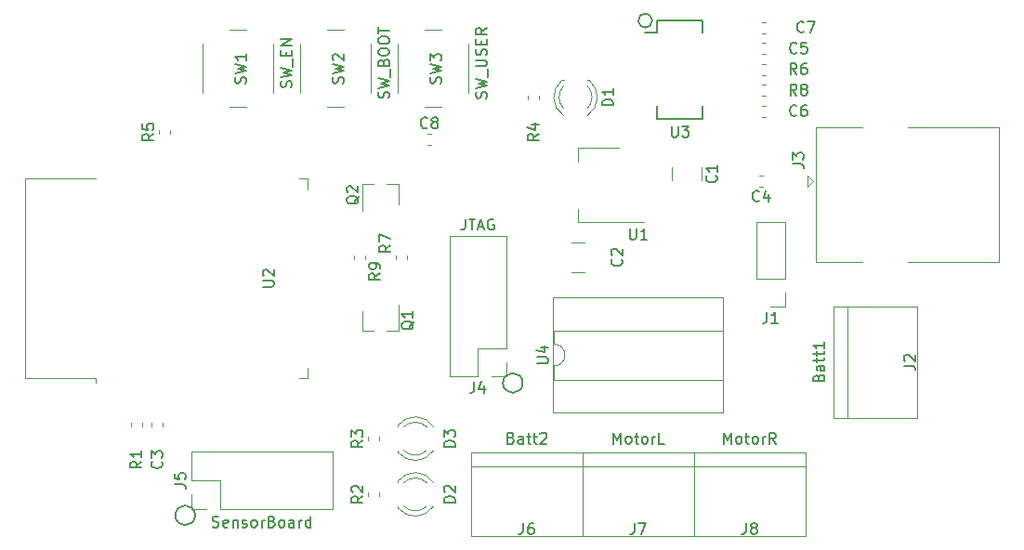
<source format=gbr>
G04 #@! TF.GenerationSoftware,KiCad,Pcbnew,(5.0.2)-1*
G04 #@! TF.CreationDate,2019-08-20T01:28:51+09:00*
G04 #@! TF.ProjectId,robocar-mainboard,726f626f-6361-4722-9d6d-61696e626f61,rev?*
G04 #@! TF.SameCoordinates,Original*
G04 #@! TF.FileFunction,Legend,Top*
G04 #@! TF.FilePolarity,Positive*
%FSLAX46Y46*%
G04 Gerber Fmt 4.6, Leading zero omitted, Abs format (unit mm)*
G04 Created by KiCad (PCBNEW (5.0.2)-1) date 2019/08/20 1:28:51*
%MOMM*%
%LPD*%
G01*
G04 APERTURE LIST*
%ADD10C,0.200000*%
%ADD11C,0.120000*%
%ADD12C,0.150000*%
G04 APERTURE END LIST*
D10*
X127263026Y-128905000D02*
G75*
G03X127263026Y-128905000I-898026J0D01*
G01*
X157108026Y-116840000D02*
G75*
G03X157108026Y-116840000I-898026J0D01*
G01*
X168910000Y-83820000D02*
G75*
G03X168910000Y-83820000I-635000J0D01*
G01*
D11*
G04 #@! TO.C,C1*
X173445000Y-97187936D02*
X173445000Y-98392064D01*
X170725000Y-97187936D02*
X170725000Y-98392064D01*
G04 #@! TO.C,C2*
X161539936Y-106770000D02*
X162744064Y-106770000D01*
X161539936Y-104050000D02*
X162744064Y-104050000D01*
G04 #@! TO.C,C3*
X124335000Y-120821267D02*
X124335000Y-120478733D01*
X123315000Y-120821267D02*
X123315000Y-120478733D01*
G04 #@! TO.C,C4*
X179001267Y-98935000D02*
X178658733Y-98935000D01*
X179001267Y-97915000D02*
X178658733Y-97915000D01*
G04 #@! TO.C,C5*
X179241267Y-85850000D02*
X178898733Y-85850000D01*
X179241267Y-86870000D02*
X178898733Y-86870000D01*
G04 #@! TO.C,C6*
X179241267Y-92585000D02*
X178898733Y-92585000D01*
X179241267Y-91565000D02*
X178898733Y-91565000D01*
G04 #@! TO.C,C7*
X178898733Y-83945000D02*
X179241267Y-83945000D01*
X178898733Y-84965000D02*
X179241267Y-84965000D01*
G04 #@! TO.C,C8*
X148418733Y-95125000D02*
X148761267Y-95125000D01*
X148418733Y-94105000D02*
X148761267Y-94105000D01*
G04 #@! TO.C,D1*
X163003608Y-92477335D02*
G75*
G03X163160516Y-89245000I-1078608J1672335D01*
G01*
X160846392Y-92477335D02*
G75*
G02X160689484Y-89245000I1078608J1672335D01*
G01*
X163004837Y-91846130D02*
G75*
G03X163005000Y-89764039I-1079837J1041130D01*
G01*
X160845163Y-91846130D02*
G75*
G02X160845000Y-89764039I1079837J1041130D01*
G01*
X163161000Y-89245000D02*
X163005000Y-89245000D01*
X160845000Y-89245000D02*
X160689000Y-89245000D01*
G04 #@! TO.C,D2*
X145760000Y-128080000D02*
X145760000Y-128236000D01*
X145760000Y-125764000D02*
X145760000Y-125920000D01*
X148361130Y-128079837D02*
G75*
G02X146279039Y-128080000I-1041130J1079837D01*
G01*
X148361130Y-125920163D02*
G75*
G03X146279039Y-125920000I-1041130J-1079837D01*
G01*
X148992335Y-128078608D02*
G75*
G02X145760000Y-128235516I-1672335J1078608D01*
G01*
X148992335Y-125921392D02*
G75*
G03X145760000Y-125764484I-1672335J-1078608D01*
G01*
G04 #@! TO.C,D3*
X148992335Y-120841392D02*
G75*
G03X145760000Y-120684484I-1672335J-1078608D01*
G01*
X148992335Y-122998608D02*
G75*
G02X145760000Y-123155516I-1672335J1078608D01*
G01*
X148361130Y-120840163D02*
G75*
G03X146279039Y-120840000I-1041130J-1079837D01*
G01*
X148361130Y-122999837D02*
G75*
G02X146279039Y-123000000I-1041130J1079837D01*
G01*
X145760000Y-120684000D02*
X145760000Y-120840000D01*
X145760000Y-123000000D02*
X145760000Y-123156000D01*
G04 #@! TO.C,J1*
X181035000Y-102175000D02*
X178375000Y-102175000D01*
X181035000Y-107315000D02*
X181035000Y-102175000D01*
X178375000Y-107315000D02*
X178375000Y-102175000D01*
X181035000Y-107315000D02*
X178375000Y-107315000D01*
X181035000Y-108585000D02*
X181035000Y-109915000D01*
X181035000Y-109915000D02*
X179705000Y-109915000D01*
G04 #@! TO.C,J2*
X185420000Y-109855000D02*
X185420000Y-120015000D01*
X193040000Y-109855000D02*
X185420000Y-109855000D01*
X193040000Y-120015000D02*
X193040000Y-109855000D01*
X185420000Y-120015000D02*
X193040000Y-120015000D01*
X186690000Y-120015000D02*
X186690000Y-109855000D01*
G04 #@! TO.C,J3*
X188080000Y-93515000D02*
X183820000Y-93515000D01*
X183820000Y-93515000D02*
X183820000Y-105835000D01*
X183820000Y-105835000D02*
X188080000Y-105835000D01*
X192180000Y-93515000D02*
X200540000Y-93515000D01*
X200540000Y-93515000D02*
X200540000Y-105835000D01*
X200540000Y-105835000D02*
X192180000Y-105835000D01*
X183600000Y-98425000D02*
X183100000Y-97925000D01*
X183100000Y-97925000D02*
X183100000Y-98925000D01*
X183100000Y-98925000D02*
X183600000Y-98425000D01*
G04 #@! TO.C,J4*
X155635000Y-116265000D02*
X154305000Y-116265000D01*
X155635000Y-114935000D02*
X155635000Y-116265000D01*
X153035000Y-116265000D02*
X150435000Y-116265000D01*
X153035000Y-113665000D02*
X153035000Y-116265000D01*
X155635000Y-113665000D02*
X153035000Y-113665000D01*
X150435000Y-116265000D02*
X150435000Y-103445000D01*
X155635000Y-113665000D02*
X155635000Y-103445000D01*
X155635000Y-103445000D02*
X150435000Y-103445000D01*
G04 #@! TO.C,J5*
X139760000Y-128330000D02*
X139760000Y-123130000D01*
X129540000Y-128330000D02*
X139760000Y-128330000D01*
X126940000Y-123130000D02*
X139760000Y-123130000D01*
X129540000Y-128330000D02*
X129540000Y-125730000D01*
X129540000Y-125730000D02*
X126940000Y-125730000D01*
X126940000Y-125730000D02*
X126940000Y-123130000D01*
X128270000Y-128330000D02*
X126940000Y-128330000D01*
X126940000Y-128330000D02*
X126940000Y-127000000D01*
G04 #@! TO.C,J6*
X152400000Y-124460000D02*
X162560000Y-124460000D01*
X152400000Y-123190000D02*
X152400000Y-130810000D01*
X152400000Y-130810000D02*
X162560000Y-130810000D01*
X162560000Y-130810000D02*
X162560000Y-123190000D01*
X162560000Y-123190000D02*
X152400000Y-123190000D01*
G04 #@! TO.C,J7*
X172720000Y-123190000D02*
X162560000Y-123190000D01*
X172720000Y-130810000D02*
X172720000Y-123190000D01*
X162560000Y-130810000D02*
X172720000Y-130810000D01*
X162560000Y-123190000D02*
X162560000Y-130810000D01*
X162560000Y-124460000D02*
X172720000Y-124460000D01*
G04 #@! TO.C,J8*
X172720000Y-124460000D02*
X182880000Y-124460000D01*
X172720000Y-123190000D02*
X172720000Y-130810000D01*
X172720000Y-130810000D02*
X182880000Y-130810000D01*
X182880000Y-130810000D02*
X182880000Y-123190000D01*
X182880000Y-123190000D02*
X172720000Y-123190000D01*
G04 #@! TO.C,Q1*
X145795000Y-109675000D02*
X145795000Y-112075000D01*
X145795000Y-112075000D02*
X144745000Y-112075000D01*
X142495000Y-110275000D02*
X142495000Y-112075000D01*
X142495000Y-112075000D02*
X143545000Y-112075000D01*
G04 #@! TO.C,Q2*
X145795000Y-98745000D02*
X144745000Y-98745000D01*
X145795000Y-100545000D02*
X145795000Y-98745000D01*
X142495000Y-98745000D02*
X143545000Y-98745000D01*
X142495000Y-101145000D02*
X142495000Y-98745000D01*
G04 #@! TO.C,R1*
X121410000Y-120821267D02*
X121410000Y-120478733D01*
X122430000Y-120821267D02*
X122430000Y-120478733D01*
G04 #@! TO.C,R2*
X144020000Y-127171267D02*
X144020000Y-126828733D01*
X143000000Y-127171267D02*
X143000000Y-126828733D01*
G04 #@! TO.C,R3*
X143000000Y-122091267D02*
X143000000Y-121748733D01*
X144020000Y-122091267D02*
X144020000Y-121748733D01*
G04 #@! TO.C,R4*
X158625000Y-90633733D02*
X158625000Y-90976267D01*
X157605000Y-90633733D02*
X157605000Y-90976267D01*
G04 #@! TO.C,R5*
X124970000Y-94151267D02*
X124970000Y-93808733D01*
X123950000Y-94151267D02*
X123950000Y-93808733D01*
G04 #@! TO.C,R6*
X178898733Y-87755000D02*
X179241267Y-87755000D01*
X178898733Y-88775000D02*
X179241267Y-88775000D01*
G04 #@! TO.C,R7*
X145540000Y-105581267D02*
X145540000Y-105238733D01*
X146560000Y-105581267D02*
X146560000Y-105238733D01*
G04 #@! TO.C,R8*
X178898733Y-90680000D02*
X179241267Y-90680000D01*
X178898733Y-89660000D02*
X179241267Y-89660000D01*
G04 #@! TO.C,R9*
X141730000Y-105238733D02*
X141730000Y-105581267D01*
X142750000Y-105238733D02*
X142750000Y-105581267D01*
G04 #@! TO.C,SW1*
X134405000Y-90440000D02*
X134405000Y-85940000D01*
X130405000Y-91690000D02*
X131905000Y-91690000D01*
X127905000Y-85940000D02*
X127905000Y-90440000D01*
X131905000Y-84690000D02*
X130405000Y-84690000D01*
G04 #@! TO.C,SW2*
X140795000Y-84690000D02*
X139295000Y-84690000D01*
X136795000Y-85940000D02*
X136795000Y-90440000D01*
X139295000Y-91690000D02*
X140795000Y-91690000D01*
X143295000Y-90440000D02*
X143295000Y-85940000D01*
G04 #@! TO.C,SW3*
X152185000Y-90440000D02*
X152185000Y-85940000D01*
X148185000Y-91690000D02*
X149685000Y-91690000D01*
X145685000Y-85940000D02*
X145685000Y-90440000D01*
X149685000Y-84690000D02*
X148185000Y-84690000D01*
G04 #@! TO.C,U1*
X162110000Y-95396000D02*
X162110000Y-96656000D01*
X162110000Y-102216000D02*
X162110000Y-100956000D01*
X165870000Y-95396000D02*
X162110000Y-95396000D01*
X168120000Y-102216000D02*
X162110000Y-102216000D01*
G04 #@! TO.C,U2*
X136735000Y-116435000D02*
X137515000Y-116435000D01*
X137515000Y-116435000D02*
X137515000Y-115435000D01*
X136735000Y-98195000D02*
X137515000Y-98195000D01*
X137515000Y-98195000D02*
X137515000Y-99195000D01*
X111770000Y-116435000D02*
X111770000Y-98195000D01*
X111770000Y-98195000D02*
X118190000Y-98195000D01*
X111770000Y-116435000D02*
X118190000Y-116435000D01*
X118190000Y-116435000D02*
X118190000Y-116815000D01*
D12*
G04 #@! TO.C,U3*
X169375000Y-84900000D02*
X169375000Y-83790000D01*
X173525000Y-83790000D02*
X173525000Y-84900000D01*
X173525000Y-92740000D02*
X173525000Y-91630000D01*
X169375000Y-92740000D02*
X169375000Y-91630000D01*
X169375000Y-83790000D02*
X173525000Y-83790000D01*
X169375000Y-92740000D02*
X173525000Y-92740000D01*
X169375000Y-84900000D02*
X168250000Y-84900000D01*
D11*
G04 #@! TO.C,U4*
X159960000Y-113300000D02*
G75*
G02X159960000Y-115300000I0J-1000000D01*
G01*
X159960000Y-115300000D02*
X159960000Y-116550000D01*
X159960000Y-116550000D02*
X175320000Y-116550000D01*
X175320000Y-116550000D02*
X175320000Y-112050000D01*
X175320000Y-112050000D02*
X159960000Y-112050000D01*
X159960000Y-112050000D02*
X159960000Y-113300000D01*
X159900000Y-119550000D02*
X175380000Y-119550000D01*
X175380000Y-119550000D02*
X175380000Y-109050000D01*
X175380000Y-109050000D02*
X159900000Y-109050000D01*
X159900000Y-109050000D02*
X159900000Y-119550000D01*
G04 #@! TO.C,C1*
D12*
X174722142Y-97956666D02*
X174769761Y-98004285D01*
X174817380Y-98147142D01*
X174817380Y-98242380D01*
X174769761Y-98385238D01*
X174674523Y-98480476D01*
X174579285Y-98528095D01*
X174388809Y-98575714D01*
X174245952Y-98575714D01*
X174055476Y-98528095D01*
X173960238Y-98480476D01*
X173865000Y-98385238D01*
X173817380Y-98242380D01*
X173817380Y-98147142D01*
X173865000Y-98004285D01*
X173912619Y-97956666D01*
X174817380Y-97004285D02*
X174817380Y-97575714D01*
X174817380Y-97290000D02*
X173817380Y-97290000D01*
X173960238Y-97385238D01*
X174055476Y-97480476D01*
X174103095Y-97575714D01*
G04 #@! TO.C,C2*
X166092142Y-105576666D02*
X166139761Y-105624285D01*
X166187380Y-105767142D01*
X166187380Y-105862380D01*
X166139761Y-106005238D01*
X166044523Y-106100476D01*
X165949285Y-106148095D01*
X165758809Y-106195714D01*
X165615952Y-106195714D01*
X165425476Y-106148095D01*
X165330238Y-106100476D01*
X165235000Y-106005238D01*
X165187380Y-105862380D01*
X165187380Y-105767142D01*
X165235000Y-105624285D01*
X165282619Y-105576666D01*
X165282619Y-105195714D02*
X165235000Y-105148095D01*
X165187380Y-105052857D01*
X165187380Y-104814761D01*
X165235000Y-104719523D01*
X165282619Y-104671904D01*
X165377857Y-104624285D01*
X165473095Y-104624285D01*
X165615952Y-104671904D01*
X166187380Y-105243333D01*
X166187380Y-104624285D01*
G04 #@! TO.C,C3*
X124182142Y-123991666D02*
X124229761Y-124039285D01*
X124277380Y-124182142D01*
X124277380Y-124277380D01*
X124229761Y-124420238D01*
X124134523Y-124515476D01*
X124039285Y-124563095D01*
X123848809Y-124610714D01*
X123705952Y-124610714D01*
X123515476Y-124563095D01*
X123420238Y-124515476D01*
X123325000Y-124420238D01*
X123277380Y-124277380D01*
X123277380Y-124182142D01*
X123325000Y-124039285D01*
X123372619Y-123991666D01*
X123277380Y-123658333D02*
X123277380Y-123039285D01*
X123658333Y-123372619D01*
X123658333Y-123229761D01*
X123705952Y-123134523D01*
X123753571Y-123086904D01*
X123848809Y-123039285D01*
X124086904Y-123039285D01*
X124182142Y-123086904D01*
X124229761Y-123134523D01*
X124277380Y-123229761D01*
X124277380Y-123515476D01*
X124229761Y-123610714D01*
X124182142Y-123658333D01*
G04 #@! TO.C,C4*
X178663333Y-100212142D02*
X178615714Y-100259761D01*
X178472857Y-100307380D01*
X178377619Y-100307380D01*
X178234761Y-100259761D01*
X178139523Y-100164523D01*
X178091904Y-100069285D01*
X178044285Y-99878809D01*
X178044285Y-99735952D01*
X178091904Y-99545476D01*
X178139523Y-99450238D01*
X178234761Y-99355000D01*
X178377619Y-99307380D01*
X178472857Y-99307380D01*
X178615714Y-99355000D01*
X178663333Y-99402619D01*
X179520476Y-99640714D02*
X179520476Y-100307380D01*
X179282380Y-99259761D02*
X179044285Y-99974047D01*
X179663333Y-99974047D01*
G04 #@! TO.C,C5*
X182078333Y-86717142D02*
X182030714Y-86764761D01*
X181887857Y-86812380D01*
X181792619Y-86812380D01*
X181649761Y-86764761D01*
X181554523Y-86669523D01*
X181506904Y-86574285D01*
X181459285Y-86383809D01*
X181459285Y-86240952D01*
X181506904Y-86050476D01*
X181554523Y-85955238D01*
X181649761Y-85860000D01*
X181792619Y-85812380D01*
X181887857Y-85812380D01*
X182030714Y-85860000D01*
X182078333Y-85907619D01*
X182983095Y-85812380D02*
X182506904Y-85812380D01*
X182459285Y-86288571D01*
X182506904Y-86240952D01*
X182602142Y-86193333D01*
X182840238Y-86193333D01*
X182935476Y-86240952D01*
X182983095Y-86288571D01*
X183030714Y-86383809D01*
X183030714Y-86621904D01*
X182983095Y-86717142D01*
X182935476Y-86764761D01*
X182840238Y-86812380D01*
X182602142Y-86812380D01*
X182506904Y-86764761D01*
X182459285Y-86717142D01*
G04 #@! TO.C,C6*
X182078333Y-92432142D02*
X182030714Y-92479761D01*
X181887857Y-92527380D01*
X181792619Y-92527380D01*
X181649761Y-92479761D01*
X181554523Y-92384523D01*
X181506904Y-92289285D01*
X181459285Y-92098809D01*
X181459285Y-91955952D01*
X181506904Y-91765476D01*
X181554523Y-91670238D01*
X181649761Y-91575000D01*
X181792619Y-91527380D01*
X181887857Y-91527380D01*
X182030714Y-91575000D01*
X182078333Y-91622619D01*
X182935476Y-91527380D02*
X182745000Y-91527380D01*
X182649761Y-91575000D01*
X182602142Y-91622619D01*
X182506904Y-91765476D01*
X182459285Y-91955952D01*
X182459285Y-92336904D01*
X182506904Y-92432142D01*
X182554523Y-92479761D01*
X182649761Y-92527380D01*
X182840238Y-92527380D01*
X182935476Y-92479761D01*
X182983095Y-92432142D01*
X183030714Y-92336904D01*
X183030714Y-92098809D01*
X182983095Y-92003571D01*
X182935476Y-91955952D01*
X182840238Y-91908333D01*
X182649761Y-91908333D01*
X182554523Y-91955952D01*
X182506904Y-92003571D01*
X182459285Y-92098809D01*
G04 #@! TO.C,C7*
X182713333Y-84812142D02*
X182665714Y-84859761D01*
X182522857Y-84907380D01*
X182427619Y-84907380D01*
X182284761Y-84859761D01*
X182189523Y-84764523D01*
X182141904Y-84669285D01*
X182094285Y-84478809D01*
X182094285Y-84335952D01*
X182141904Y-84145476D01*
X182189523Y-84050238D01*
X182284761Y-83955000D01*
X182427619Y-83907380D01*
X182522857Y-83907380D01*
X182665714Y-83955000D01*
X182713333Y-84002619D01*
X183046666Y-83907380D02*
X183713333Y-83907380D01*
X183284761Y-84907380D01*
G04 #@! TO.C,C8*
X148423333Y-93542142D02*
X148375714Y-93589761D01*
X148232857Y-93637380D01*
X148137619Y-93637380D01*
X147994761Y-93589761D01*
X147899523Y-93494523D01*
X147851904Y-93399285D01*
X147804285Y-93208809D01*
X147804285Y-93065952D01*
X147851904Y-92875476D01*
X147899523Y-92780238D01*
X147994761Y-92685000D01*
X148137619Y-92637380D01*
X148232857Y-92637380D01*
X148375714Y-92685000D01*
X148423333Y-92732619D01*
X148994761Y-93065952D02*
X148899523Y-93018333D01*
X148851904Y-92970714D01*
X148804285Y-92875476D01*
X148804285Y-92827857D01*
X148851904Y-92732619D01*
X148899523Y-92685000D01*
X148994761Y-92637380D01*
X149185238Y-92637380D01*
X149280476Y-92685000D01*
X149328095Y-92732619D01*
X149375714Y-92827857D01*
X149375714Y-92875476D01*
X149328095Y-92970714D01*
X149280476Y-93018333D01*
X149185238Y-93065952D01*
X148994761Y-93065952D01*
X148899523Y-93113571D01*
X148851904Y-93161190D01*
X148804285Y-93256428D01*
X148804285Y-93446904D01*
X148851904Y-93542142D01*
X148899523Y-93589761D01*
X148994761Y-93637380D01*
X149185238Y-93637380D01*
X149280476Y-93589761D01*
X149328095Y-93542142D01*
X149375714Y-93446904D01*
X149375714Y-93256428D01*
X149328095Y-93161190D01*
X149280476Y-93113571D01*
X149185238Y-93065952D01*
G04 #@! TO.C,D1*
X165337380Y-91543095D02*
X164337380Y-91543095D01*
X164337380Y-91305000D01*
X164385000Y-91162142D01*
X164480238Y-91066904D01*
X164575476Y-91019285D01*
X164765952Y-90971666D01*
X164908809Y-90971666D01*
X165099285Y-91019285D01*
X165194523Y-91066904D01*
X165289761Y-91162142D01*
X165337380Y-91305000D01*
X165337380Y-91543095D01*
X165337380Y-90019285D02*
X165337380Y-90590714D01*
X165337380Y-90305000D02*
X164337380Y-90305000D01*
X164480238Y-90400238D01*
X164575476Y-90495476D01*
X164623095Y-90590714D01*
G04 #@! TO.C,D2*
X150947380Y-127738095D02*
X149947380Y-127738095D01*
X149947380Y-127500000D01*
X149995000Y-127357142D01*
X150090238Y-127261904D01*
X150185476Y-127214285D01*
X150375952Y-127166666D01*
X150518809Y-127166666D01*
X150709285Y-127214285D01*
X150804523Y-127261904D01*
X150899761Y-127357142D01*
X150947380Y-127500000D01*
X150947380Y-127738095D01*
X150042619Y-126785714D02*
X149995000Y-126738095D01*
X149947380Y-126642857D01*
X149947380Y-126404761D01*
X149995000Y-126309523D01*
X150042619Y-126261904D01*
X150137857Y-126214285D01*
X150233095Y-126214285D01*
X150375952Y-126261904D01*
X150947380Y-126833333D01*
X150947380Y-126214285D01*
G04 #@! TO.C,D3*
X150947380Y-122658095D02*
X149947380Y-122658095D01*
X149947380Y-122420000D01*
X149995000Y-122277142D01*
X150090238Y-122181904D01*
X150185476Y-122134285D01*
X150375952Y-122086666D01*
X150518809Y-122086666D01*
X150709285Y-122134285D01*
X150804523Y-122181904D01*
X150899761Y-122277142D01*
X150947380Y-122420000D01*
X150947380Y-122658095D01*
X149947380Y-121753333D02*
X149947380Y-121134285D01*
X150328333Y-121467619D01*
X150328333Y-121324761D01*
X150375952Y-121229523D01*
X150423571Y-121181904D01*
X150518809Y-121134285D01*
X150756904Y-121134285D01*
X150852142Y-121181904D01*
X150899761Y-121229523D01*
X150947380Y-121324761D01*
X150947380Y-121610476D01*
X150899761Y-121705714D01*
X150852142Y-121753333D01*
G04 #@! TO.C,J1*
X179371666Y-110367380D02*
X179371666Y-111081666D01*
X179324047Y-111224523D01*
X179228809Y-111319761D01*
X179085952Y-111367380D01*
X178990714Y-111367380D01*
X180371666Y-111367380D02*
X179800238Y-111367380D01*
X180085952Y-111367380D02*
X180085952Y-110367380D01*
X179990714Y-110510238D01*
X179895476Y-110605476D01*
X179800238Y-110653095D01*
G04 #@! TO.C,J2*
X191857380Y-115268333D02*
X192571666Y-115268333D01*
X192714523Y-115315952D01*
X192809761Y-115411190D01*
X192857380Y-115554047D01*
X192857380Y-115649285D01*
X191952619Y-114839761D02*
X191905000Y-114792142D01*
X191857380Y-114696904D01*
X191857380Y-114458809D01*
X191905000Y-114363571D01*
X191952619Y-114315952D01*
X192047857Y-114268333D01*
X192143095Y-114268333D01*
X192285952Y-114315952D01*
X192857380Y-114887380D01*
X192857380Y-114268333D01*
X184078571Y-116363571D02*
X184126190Y-116220714D01*
X184173809Y-116173095D01*
X184269047Y-116125476D01*
X184411904Y-116125476D01*
X184507142Y-116173095D01*
X184554761Y-116220714D01*
X184602380Y-116315952D01*
X184602380Y-116696904D01*
X183602380Y-116696904D01*
X183602380Y-116363571D01*
X183650000Y-116268333D01*
X183697619Y-116220714D01*
X183792857Y-116173095D01*
X183888095Y-116173095D01*
X183983333Y-116220714D01*
X184030952Y-116268333D01*
X184078571Y-116363571D01*
X184078571Y-116696904D01*
X184602380Y-115268333D02*
X184078571Y-115268333D01*
X183983333Y-115315952D01*
X183935714Y-115411190D01*
X183935714Y-115601666D01*
X183983333Y-115696904D01*
X184554761Y-115268333D02*
X184602380Y-115363571D01*
X184602380Y-115601666D01*
X184554761Y-115696904D01*
X184459523Y-115744523D01*
X184364285Y-115744523D01*
X184269047Y-115696904D01*
X184221428Y-115601666D01*
X184221428Y-115363571D01*
X184173809Y-115268333D01*
X183935714Y-114935000D02*
X183935714Y-114554047D01*
X183602380Y-114792142D02*
X184459523Y-114792142D01*
X184554761Y-114744523D01*
X184602380Y-114649285D01*
X184602380Y-114554047D01*
X183935714Y-114363571D02*
X183935714Y-113982619D01*
X183602380Y-114220714D02*
X184459523Y-114220714D01*
X184554761Y-114173095D01*
X184602380Y-114077857D01*
X184602380Y-113982619D01*
X184602380Y-113125476D02*
X184602380Y-113696904D01*
X184602380Y-113411190D02*
X183602380Y-113411190D01*
X183745238Y-113506428D01*
X183840476Y-113601666D01*
X183888095Y-113696904D01*
G04 #@! TO.C,J3*
X181697380Y-96853333D02*
X182411666Y-96853333D01*
X182554523Y-96900952D01*
X182649761Y-96996190D01*
X182697380Y-97139047D01*
X182697380Y-97234285D01*
X181697380Y-96472380D02*
X181697380Y-95853333D01*
X182078333Y-96186666D01*
X182078333Y-96043809D01*
X182125952Y-95948571D01*
X182173571Y-95900952D01*
X182268809Y-95853333D01*
X182506904Y-95853333D01*
X182602142Y-95900952D01*
X182649761Y-95948571D01*
X182697380Y-96043809D01*
X182697380Y-96329523D01*
X182649761Y-96424761D01*
X182602142Y-96472380D01*
G04 #@! TO.C,J4*
X152701666Y-116717380D02*
X152701666Y-117431666D01*
X152654047Y-117574523D01*
X152558809Y-117669761D01*
X152415952Y-117717380D01*
X152320714Y-117717380D01*
X153606428Y-117050714D02*
X153606428Y-117717380D01*
X153368333Y-116669761D02*
X153130238Y-117384047D01*
X153749285Y-117384047D01*
X151868333Y-101897380D02*
X151868333Y-102611666D01*
X151820714Y-102754523D01*
X151725476Y-102849761D01*
X151582619Y-102897380D01*
X151487380Y-102897380D01*
X152201666Y-101897380D02*
X152773095Y-101897380D01*
X152487380Y-102897380D02*
X152487380Y-101897380D01*
X153058809Y-102611666D02*
X153535000Y-102611666D01*
X152963571Y-102897380D02*
X153296904Y-101897380D01*
X153630238Y-102897380D01*
X154487380Y-101945000D02*
X154392142Y-101897380D01*
X154249285Y-101897380D01*
X154106428Y-101945000D01*
X154011190Y-102040238D01*
X153963571Y-102135476D01*
X153915952Y-102325952D01*
X153915952Y-102468809D01*
X153963571Y-102659285D01*
X154011190Y-102754523D01*
X154106428Y-102849761D01*
X154249285Y-102897380D01*
X154344523Y-102897380D01*
X154487380Y-102849761D01*
X154535000Y-102802142D01*
X154535000Y-102468809D01*
X154344523Y-102468809D01*
G04 #@! TO.C,J5*
X125392380Y-126063333D02*
X126106666Y-126063333D01*
X126249523Y-126110952D01*
X126344761Y-126206190D01*
X126392380Y-126349047D01*
X126392380Y-126444285D01*
X125392380Y-125110952D02*
X125392380Y-125587142D01*
X125868571Y-125634761D01*
X125820952Y-125587142D01*
X125773333Y-125491904D01*
X125773333Y-125253809D01*
X125820952Y-125158571D01*
X125868571Y-125110952D01*
X125963809Y-125063333D01*
X126201904Y-125063333D01*
X126297142Y-125110952D01*
X126344761Y-125158571D01*
X126392380Y-125253809D01*
X126392380Y-125491904D01*
X126344761Y-125587142D01*
X126297142Y-125634761D01*
X128850000Y-129944761D02*
X128992857Y-129992380D01*
X129230952Y-129992380D01*
X129326190Y-129944761D01*
X129373809Y-129897142D01*
X129421428Y-129801904D01*
X129421428Y-129706666D01*
X129373809Y-129611428D01*
X129326190Y-129563809D01*
X129230952Y-129516190D01*
X129040476Y-129468571D01*
X128945238Y-129420952D01*
X128897619Y-129373333D01*
X128850000Y-129278095D01*
X128850000Y-129182857D01*
X128897619Y-129087619D01*
X128945238Y-129040000D01*
X129040476Y-128992380D01*
X129278571Y-128992380D01*
X129421428Y-129040000D01*
X130230952Y-129944761D02*
X130135714Y-129992380D01*
X129945238Y-129992380D01*
X129850000Y-129944761D01*
X129802380Y-129849523D01*
X129802380Y-129468571D01*
X129850000Y-129373333D01*
X129945238Y-129325714D01*
X130135714Y-129325714D01*
X130230952Y-129373333D01*
X130278571Y-129468571D01*
X130278571Y-129563809D01*
X129802380Y-129659047D01*
X130707142Y-129325714D02*
X130707142Y-129992380D01*
X130707142Y-129420952D02*
X130754761Y-129373333D01*
X130850000Y-129325714D01*
X130992857Y-129325714D01*
X131088095Y-129373333D01*
X131135714Y-129468571D01*
X131135714Y-129992380D01*
X131564285Y-129944761D02*
X131659523Y-129992380D01*
X131850000Y-129992380D01*
X131945238Y-129944761D01*
X131992857Y-129849523D01*
X131992857Y-129801904D01*
X131945238Y-129706666D01*
X131850000Y-129659047D01*
X131707142Y-129659047D01*
X131611904Y-129611428D01*
X131564285Y-129516190D01*
X131564285Y-129468571D01*
X131611904Y-129373333D01*
X131707142Y-129325714D01*
X131850000Y-129325714D01*
X131945238Y-129373333D01*
X132564285Y-129992380D02*
X132469047Y-129944761D01*
X132421428Y-129897142D01*
X132373809Y-129801904D01*
X132373809Y-129516190D01*
X132421428Y-129420952D01*
X132469047Y-129373333D01*
X132564285Y-129325714D01*
X132707142Y-129325714D01*
X132802380Y-129373333D01*
X132850000Y-129420952D01*
X132897619Y-129516190D01*
X132897619Y-129801904D01*
X132850000Y-129897142D01*
X132802380Y-129944761D01*
X132707142Y-129992380D01*
X132564285Y-129992380D01*
X133326190Y-129992380D02*
X133326190Y-129325714D01*
X133326190Y-129516190D02*
X133373809Y-129420952D01*
X133421428Y-129373333D01*
X133516666Y-129325714D01*
X133611904Y-129325714D01*
X134278571Y-129468571D02*
X134421428Y-129516190D01*
X134469047Y-129563809D01*
X134516666Y-129659047D01*
X134516666Y-129801904D01*
X134469047Y-129897142D01*
X134421428Y-129944761D01*
X134326190Y-129992380D01*
X133945238Y-129992380D01*
X133945238Y-128992380D01*
X134278571Y-128992380D01*
X134373809Y-129040000D01*
X134421428Y-129087619D01*
X134469047Y-129182857D01*
X134469047Y-129278095D01*
X134421428Y-129373333D01*
X134373809Y-129420952D01*
X134278571Y-129468571D01*
X133945238Y-129468571D01*
X135088095Y-129992380D02*
X134992857Y-129944761D01*
X134945238Y-129897142D01*
X134897619Y-129801904D01*
X134897619Y-129516190D01*
X134945238Y-129420952D01*
X134992857Y-129373333D01*
X135088095Y-129325714D01*
X135230952Y-129325714D01*
X135326190Y-129373333D01*
X135373809Y-129420952D01*
X135421428Y-129516190D01*
X135421428Y-129801904D01*
X135373809Y-129897142D01*
X135326190Y-129944761D01*
X135230952Y-129992380D01*
X135088095Y-129992380D01*
X136278571Y-129992380D02*
X136278571Y-129468571D01*
X136230952Y-129373333D01*
X136135714Y-129325714D01*
X135945238Y-129325714D01*
X135850000Y-129373333D01*
X136278571Y-129944761D02*
X136183333Y-129992380D01*
X135945238Y-129992380D01*
X135850000Y-129944761D01*
X135802380Y-129849523D01*
X135802380Y-129754285D01*
X135850000Y-129659047D01*
X135945238Y-129611428D01*
X136183333Y-129611428D01*
X136278571Y-129563809D01*
X136754761Y-129992380D02*
X136754761Y-129325714D01*
X136754761Y-129516190D02*
X136802380Y-129420952D01*
X136850000Y-129373333D01*
X136945238Y-129325714D01*
X137040476Y-129325714D01*
X137802380Y-129992380D02*
X137802380Y-128992380D01*
X137802380Y-129944761D02*
X137707142Y-129992380D01*
X137516666Y-129992380D01*
X137421428Y-129944761D01*
X137373809Y-129897142D01*
X137326190Y-129801904D01*
X137326190Y-129516190D01*
X137373809Y-129420952D01*
X137421428Y-129373333D01*
X137516666Y-129325714D01*
X137707142Y-129325714D01*
X137802380Y-129373333D01*
G04 #@! TO.C,J6*
X157146666Y-129627380D02*
X157146666Y-130341666D01*
X157099047Y-130484523D01*
X157003809Y-130579761D01*
X156860952Y-130627380D01*
X156765714Y-130627380D01*
X158051428Y-129627380D02*
X157860952Y-129627380D01*
X157765714Y-129675000D01*
X157718095Y-129722619D01*
X157622857Y-129865476D01*
X157575238Y-130055952D01*
X157575238Y-130436904D01*
X157622857Y-130532142D01*
X157670476Y-130579761D01*
X157765714Y-130627380D01*
X157956190Y-130627380D01*
X158051428Y-130579761D01*
X158099047Y-130532142D01*
X158146666Y-130436904D01*
X158146666Y-130198809D01*
X158099047Y-130103571D01*
X158051428Y-130055952D01*
X157956190Y-130008333D01*
X157765714Y-130008333D01*
X157670476Y-130055952D01*
X157622857Y-130103571D01*
X157575238Y-130198809D01*
X156051428Y-121848571D02*
X156194285Y-121896190D01*
X156241904Y-121943809D01*
X156289523Y-122039047D01*
X156289523Y-122181904D01*
X156241904Y-122277142D01*
X156194285Y-122324761D01*
X156099047Y-122372380D01*
X155718095Y-122372380D01*
X155718095Y-121372380D01*
X156051428Y-121372380D01*
X156146666Y-121420000D01*
X156194285Y-121467619D01*
X156241904Y-121562857D01*
X156241904Y-121658095D01*
X156194285Y-121753333D01*
X156146666Y-121800952D01*
X156051428Y-121848571D01*
X155718095Y-121848571D01*
X157146666Y-122372380D02*
X157146666Y-121848571D01*
X157099047Y-121753333D01*
X157003809Y-121705714D01*
X156813333Y-121705714D01*
X156718095Y-121753333D01*
X157146666Y-122324761D02*
X157051428Y-122372380D01*
X156813333Y-122372380D01*
X156718095Y-122324761D01*
X156670476Y-122229523D01*
X156670476Y-122134285D01*
X156718095Y-122039047D01*
X156813333Y-121991428D01*
X157051428Y-121991428D01*
X157146666Y-121943809D01*
X157480000Y-121705714D02*
X157860952Y-121705714D01*
X157622857Y-121372380D02*
X157622857Y-122229523D01*
X157670476Y-122324761D01*
X157765714Y-122372380D01*
X157860952Y-122372380D01*
X158051428Y-121705714D02*
X158432380Y-121705714D01*
X158194285Y-121372380D02*
X158194285Y-122229523D01*
X158241904Y-122324761D01*
X158337142Y-122372380D01*
X158432380Y-122372380D01*
X158718095Y-121467619D02*
X158765714Y-121420000D01*
X158860952Y-121372380D01*
X159099047Y-121372380D01*
X159194285Y-121420000D01*
X159241904Y-121467619D01*
X159289523Y-121562857D01*
X159289523Y-121658095D01*
X159241904Y-121800952D01*
X158670476Y-122372380D01*
X159289523Y-122372380D01*
G04 #@! TO.C,J7*
X167306666Y-129627380D02*
X167306666Y-130341666D01*
X167259047Y-130484523D01*
X167163809Y-130579761D01*
X167020952Y-130627380D01*
X166925714Y-130627380D01*
X167687619Y-129627380D02*
X168354285Y-129627380D01*
X167925714Y-130627380D01*
X165401904Y-122372380D02*
X165401904Y-121372380D01*
X165735238Y-122086666D01*
X166068571Y-121372380D01*
X166068571Y-122372380D01*
X166687619Y-122372380D02*
X166592380Y-122324761D01*
X166544761Y-122277142D01*
X166497142Y-122181904D01*
X166497142Y-121896190D01*
X166544761Y-121800952D01*
X166592380Y-121753333D01*
X166687619Y-121705714D01*
X166830476Y-121705714D01*
X166925714Y-121753333D01*
X166973333Y-121800952D01*
X167020952Y-121896190D01*
X167020952Y-122181904D01*
X166973333Y-122277142D01*
X166925714Y-122324761D01*
X166830476Y-122372380D01*
X166687619Y-122372380D01*
X167306666Y-121705714D02*
X167687619Y-121705714D01*
X167449523Y-121372380D02*
X167449523Y-122229523D01*
X167497142Y-122324761D01*
X167592380Y-122372380D01*
X167687619Y-122372380D01*
X168163809Y-122372380D02*
X168068571Y-122324761D01*
X168020952Y-122277142D01*
X167973333Y-122181904D01*
X167973333Y-121896190D01*
X168020952Y-121800952D01*
X168068571Y-121753333D01*
X168163809Y-121705714D01*
X168306666Y-121705714D01*
X168401904Y-121753333D01*
X168449523Y-121800952D01*
X168497142Y-121896190D01*
X168497142Y-122181904D01*
X168449523Y-122277142D01*
X168401904Y-122324761D01*
X168306666Y-122372380D01*
X168163809Y-122372380D01*
X168925714Y-122372380D02*
X168925714Y-121705714D01*
X168925714Y-121896190D02*
X168973333Y-121800952D01*
X169020952Y-121753333D01*
X169116190Y-121705714D01*
X169211428Y-121705714D01*
X170020952Y-122372380D02*
X169544761Y-122372380D01*
X169544761Y-121372380D01*
G04 #@! TO.C,J8*
X177466666Y-129627380D02*
X177466666Y-130341666D01*
X177419047Y-130484523D01*
X177323809Y-130579761D01*
X177180952Y-130627380D01*
X177085714Y-130627380D01*
X178085714Y-130055952D02*
X177990476Y-130008333D01*
X177942857Y-129960714D01*
X177895238Y-129865476D01*
X177895238Y-129817857D01*
X177942857Y-129722619D01*
X177990476Y-129675000D01*
X178085714Y-129627380D01*
X178276190Y-129627380D01*
X178371428Y-129675000D01*
X178419047Y-129722619D01*
X178466666Y-129817857D01*
X178466666Y-129865476D01*
X178419047Y-129960714D01*
X178371428Y-130008333D01*
X178276190Y-130055952D01*
X178085714Y-130055952D01*
X177990476Y-130103571D01*
X177942857Y-130151190D01*
X177895238Y-130246428D01*
X177895238Y-130436904D01*
X177942857Y-130532142D01*
X177990476Y-130579761D01*
X178085714Y-130627380D01*
X178276190Y-130627380D01*
X178371428Y-130579761D01*
X178419047Y-130532142D01*
X178466666Y-130436904D01*
X178466666Y-130246428D01*
X178419047Y-130151190D01*
X178371428Y-130103571D01*
X178276190Y-130055952D01*
X175466666Y-122372380D02*
X175466666Y-121372380D01*
X175800000Y-122086666D01*
X176133333Y-121372380D01*
X176133333Y-122372380D01*
X176752380Y-122372380D02*
X176657142Y-122324761D01*
X176609523Y-122277142D01*
X176561904Y-122181904D01*
X176561904Y-121896190D01*
X176609523Y-121800952D01*
X176657142Y-121753333D01*
X176752380Y-121705714D01*
X176895238Y-121705714D01*
X176990476Y-121753333D01*
X177038095Y-121800952D01*
X177085714Y-121896190D01*
X177085714Y-122181904D01*
X177038095Y-122277142D01*
X176990476Y-122324761D01*
X176895238Y-122372380D01*
X176752380Y-122372380D01*
X177371428Y-121705714D02*
X177752380Y-121705714D01*
X177514285Y-121372380D02*
X177514285Y-122229523D01*
X177561904Y-122324761D01*
X177657142Y-122372380D01*
X177752380Y-122372380D01*
X178228571Y-122372380D02*
X178133333Y-122324761D01*
X178085714Y-122277142D01*
X178038095Y-122181904D01*
X178038095Y-121896190D01*
X178085714Y-121800952D01*
X178133333Y-121753333D01*
X178228571Y-121705714D01*
X178371428Y-121705714D01*
X178466666Y-121753333D01*
X178514285Y-121800952D01*
X178561904Y-121896190D01*
X178561904Y-122181904D01*
X178514285Y-122277142D01*
X178466666Y-122324761D01*
X178371428Y-122372380D01*
X178228571Y-122372380D01*
X178990476Y-122372380D02*
X178990476Y-121705714D01*
X178990476Y-121896190D02*
X179038095Y-121800952D01*
X179085714Y-121753333D01*
X179180952Y-121705714D01*
X179276190Y-121705714D01*
X180180952Y-122372380D02*
X179847619Y-121896190D01*
X179609523Y-122372380D02*
X179609523Y-121372380D01*
X179990476Y-121372380D01*
X180085714Y-121420000D01*
X180133333Y-121467619D01*
X180180952Y-121562857D01*
X180180952Y-121705714D01*
X180133333Y-121800952D01*
X180085714Y-121848571D01*
X179990476Y-121896190D01*
X179609523Y-121896190D01*
G04 #@! TO.C,Q1*
X147192619Y-111220238D02*
X147145000Y-111315476D01*
X147049761Y-111410714D01*
X146906904Y-111553571D01*
X146859285Y-111648809D01*
X146859285Y-111744047D01*
X147097380Y-111696428D02*
X147049761Y-111791666D01*
X146954523Y-111886904D01*
X146764047Y-111934523D01*
X146430714Y-111934523D01*
X146240238Y-111886904D01*
X146145000Y-111791666D01*
X146097380Y-111696428D01*
X146097380Y-111505952D01*
X146145000Y-111410714D01*
X146240238Y-111315476D01*
X146430714Y-111267857D01*
X146764047Y-111267857D01*
X146954523Y-111315476D01*
X147049761Y-111410714D01*
X147097380Y-111505952D01*
X147097380Y-111696428D01*
X147097380Y-110315476D02*
X147097380Y-110886904D01*
X147097380Y-110601190D02*
X146097380Y-110601190D01*
X146240238Y-110696428D01*
X146335476Y-110791666D01*
X146383095Y-110886904D01*
G04 #@! TO.C,Q2*
X142192619Y-99790238D02*
X142145000Y-99885476D01*
X142049761Y-99980714D01*
X141906904Y-100123571D01*
X141859285Y-100218809D01*
X141859285Y-100314047D01*
X142097380Y-100266428D02*
X142049761Y-100361666D01*
X141954523Y-100456904D01*
X141764047Y-100504523D01*
X141430714Y-100504523D01*
X141240238Y-100456904D01*
X141145000Y-100361666D01*
X141097380Y-100266428D01*
X141097380Y-100075952D01*
X141145000Y-99980714D01*
X141240238Y-99885476D01*
X141430714Y-99837857D01*
X141764047Y-99837857D01*
X141954523Y-99885476D01*
X142049761Y-99980714D01*
X142097380Y-100075952D01*
X142097380Y-100266428D01*
X141192619Y-99456904D02*
X141145000Y-99409285D01*
X141097380Y-99314047D01*
X141097380Y-99075952D01*
X141145000Y-98980714D01*
X141192619Y-98933095D01*
X141287857Y-98885476D01*
X141383095Y-98885476D01*
X141525952Y-98933095D01*
X142097380Y-99504523D01*
X142097380Y-98885476D01*
G04 #@! TO.C,R1*
X122372380Y-123991666D02*
X121896190Y-124325000D01*
X122372380Y-124563095D02*
X121372380Y-124563095D01*
X121372380Y-124182142D01*
X121420000Y-124086904D01*
X121467619Y-124039285D01*
X121562857Y-123991666D01*
X121705714Y-123991666D01*
X121800952Y-124039285D01*
X121848571Y-124086904D01*
X121896190Y-124182142D01*
X121896190Y-124563095D01*
X122372380Y-123039285D02*
X122372380Y-123610714D01*
X122372380Y-123325000D02*
X121372380Y-123325000D01*
X121515238Y-123420238D01*
X121610476Y-123515476D01*
X121658095Y-123610714D01*
G04 #@! TO.C,R2*
X142532380Y-127166666D02*
X142056190Y-127500000D01*
X142532380Y-127738095D02*
X141532380Y-127738095D01*
X141532380Y-127357142D01*
X141580000Y-127261904D01*
X141627619Y-127214285D01*
X141722857Y-127166666D01*
X141865714Y-127166666D01*
X141960952Y-127214285D01*
X142008571Y-127261904D01*
X142056190Y-127357142D01*
X142056190Y-127738095D01*
X141627619Y-126785714D02*
X141580000Y-126738095D01*
X141532380Y-126642857D01*
X141532380Y-126404761D01*
X141580000Y-126309523D01*
X141627619Y-126261904D01*
X141722857Y-126214285D01*
X141818095Y-126214285D01*
X141960952Y-126261904D01*
X142532380Y-126833333D01*
X142532380Y-126214285D01*
G04 #@! TO.C,R3*
X142532380Y-122086666D02*
X142056190Y-122420000D01*
X142532380Y-122658095D02*
X141532380Y-122658095D01*
X141532380Y-122277142D01*
X141580000Y-122181904D01*
X141627619Y-122134285D01*
X141722857Y-122086666D01*
X141865714Y-122086666D01*
X141960952Y-122134285D01*
X142008571Y-122181904D01*
X142056190Y-122277142D01*
X142056190Y-122658095D01*
X141532380Y-121753333D02*
X141532380Y-121134285D01*
X141913333Y-121467619D01*
X141913333Y-121324761D01*
X141960952Y-121229523D01*
X142008571Y-121181904D01*
X142103809Y-121134285D01*
X142341904Y-121134285D01*
X142437142Y-121181904D01*
X142484761Y-121229523D01*
X142532380Y-121324761D01*
X142532380Y-121610476D01*
X142484761Y-121705714D01*
X142437142Y-121753333D01*
G04 #@! TO.C,R4*
X158567380Y-94146666D02*
X158091190Y-94480000D01*
X158567380Y-94718095D02*
X157567380Y-94718095D01*
X157567380Y-94337142D01*
X157615000Y-94241904D01*
X157662619Y-94194285D01*
X157757857Y-94146666D01*
X157900714Y-94146666D01*
X157995952Y-94194285D01*
X158043571Y-94241904D01*
X158091190Y-94337142D01*
X158091190Y-94718095D01*
X157900714Y-93289523D02*
X158567380Y-93289523D01*
X157519761Y-93527619D02*
X158234047Y-93765714D01*
X158234047Y-93146666D01*
G04 #@! TO.C,R5*
X123482380Y-94146666D02*
X123006190Y-94480000D01*
X123482380Y-94718095D02*
X122482380Y-94718095D01*
X122482380Y-94337142D01*
X122530000Y-94241904D01*
X122577619Y-94194285D01*
X122672857Y-94146666D01*
X122815714Y-94146666D01*
X122910952Y-94194285D01*
X122958571Y-94241904D01*
X123006190Y-94337142D01*
X123006190Y-94718095D01*
X122482380Y-93241904D02*
X122482380Y-93718095D01*
X122958571Y-93765714D01*
X122910952Y-93718095D01*
X122863333Y-93622857D01*
X122863333Y-93384761D01*
X122910952Y-93289523D01*
X122958571Y-93241904D01*
X123053809Y-93194285D01*
X123291904Y-93194285D01*
X123387142Y-93241904D01*
X123434761Y-93289523D01*
X123482380Y-93384761D01*
X123482380Y-93622857D01*
X123434761Y-93718095D01*
X123387142Y-93765714D01*
G04 #@! TO.C,R6*
X182078333Y-88717380D02*
X181745000Y-88241190D01*
X181506904Y-88717380D02*
X181506904Y-87717380D01*
X181887857Y-87717380D01*
X181983095Y-87765000D01*
X182030714Y-87812619D01*
X182078333Y-87907857D01*
X182078333Y-88050714D01*
X182030714Y-88145952D01*
X181983095Y-88193571D01*
X181887857Y-88241190D01*
X181506904Y-88241190D01*
X182935476Y-87717380D02*
X182745000Y-87717380D01*
X182649761Y-87765000D01*
X182602142Y-87812619D01*
X182506904Y-87955476D01*
X182459285Y-88145952D01*
X182459285Y-88526904D01*
X182506904Y-88622142D01*
X182554523Y-88669761D01*
X182649761Y-88717380D01*
X182840238Y-88717380D01*
X182935476Y-88669761D01*
X182983095Y-88622142D01*
X183030714Y-88526904D01*
X183030714Y-88288809D01*
X182983095Y-88193571D01*
X182935476Y-88145952D01*
X182840238Y-88098333D01*
X182649761Y-88098333D01*
X182554523Y-88145952D01*
X182506904Y-88193571D01*
X182459285Y-88288809D01*
G04 #@! TO.C,R7*
X145072380Y-104306666D02*
X144596190Y-104640000D01*
X145072380Y-104878095D02*
X144072380Y-104878095D01*
X144072380Y-104497142D01*
X144120000Y-104401904D01*
X144167619Y-104354285D01*
X144262857Y-104306666D01*
X144405714Y-104306666D01*
X144500952Y-104354285D01*
X144548571Y-104401904D01*
X144596190Y-104497142D01*
X144596190Y-104878095D01*
X144072380Y-103973333D02*
X144072380Y-103306666D01*
X145072380Y-103735238D01*
G04 #@! TO.C,R8*
X182078333Y-90622380D02*
X181745000Y-90146190D01*
X181506904Y-90622380D02*
X181506904Y-89622380D01*
X181887857Y-89622380D01*
X181983095Y-89670000D01*
X182030714Y-89717619D01*
X182078333Y-89812857D01*
X182078333Y-89955714D01*
X182030714Y-90050952D01*
X181983095Y-90098571D01*
X181887857Y-90146190D01*
X181506904Y-90146190D01*
X182649761Y-90050952D02*
X182554523Y-90003333D01*
X182506904Y-89955714D01*
X182459285Y-89860476D01*
X182459285Y-89812857D01*
X182506904Y-89717619D01*
X182554523Y-89670000D01*
X182649761Y-89622380D01*
X182840238Y-89622380D01*
X182935476Y-89670000D01*
X182983095Y-89717619D01*
X183030714Y-89812857D01*
X183030714Y-89860476D01*
X182983095Y-89955714D01*
X182935476Y-90003333D01*
X182840238Y-90050952D01*
X182649761Y-90050952D01*
X182554523Y-90098571D01*
X182506904Y-90146190D01*
X182459285Y-90241428D01*
X182459285Y-90431904D01*
X182506904Y-90527142D01*
X182554523Y-90574761D01*
X182649761Y-90622380D01*
X182840238Y-90622380D01*
X182935476Y-90574761D01*
X182983095Y-90527142D01*
X183030714Y-90431904D01*
X183030714Y-90241428D01*
X182983095Y-90146190D01*
X182935476Y-90098571D01*
X182840238Y-90050952D01*
G04 #@! TO.C,R9*
X144122380Y-106846666D02*
X143646190Y-107180000D01*
X144122380Y-107418095D02*
X143122380Y-107418095D01*
X143122380Y-107037142D01*
X143170000Y-106941904D01*
X143217619Y-106894285D01*
X143312857Y-106846666D01*
X143455714Y-106846666D01*
X143550952Y-106894285D01*
X143598571Y-106941904D01*
X143646190Y-107037142D01*
X143646190Y-107418095D01*
X144122380Y-106370476D02*
X144122380Y-106180000D01*
X144074761Y-106084761D01*
X144027142Y-106037142D01*
X143884285Y-105941904D01*
X143693809Y-105894285D01*
X143312857Y-105894285D01*
X143217619Y-105941904D01*
X143170000Y-105989523D01*
X143122380Y-106084761D01*
X143122380Y-106275238D01*
X143170000Y-106370476D01*
X143217619Y-106418095D01*
X143312857Y-106465714D01*
X143550952Y-106465714D01*
X143646190Y-106418095D01*
X143693809Y-106370476D01*
X143741428Y-106275238D01*
X143741428Y-106084761D01*
X143693809Y-105989523D01*
X143646190Y-105941904D01*
X143550952Y-105894285D01*
G04 #@! TO.C,SW1*
X131849761Y-89523333D02*
X131897380Y-89380476D01*
X131897380Y-89142380D01*
X131849761Y-89047142D01*
X131802142Y-88999523D01*
X131706904Y-88951904D01*
X131611666Y-88951904D01*
X131516428Y-88999523D01*
X131468809Y-89047142D01*
X131421190Y-89142380D01*
X131373571Y-89332857D01*
X131325952Y-89428095D01*
X131278333Y-89475714D01*
X131183095Y-89523333D01*
X131087857Y-89523333D01*
X130992619Y-89475714D01*
X130945000Y-89428095D01*
X130897380Y-89332857D01*
X130897380Y-89094761D01*
X130945000Y-88951904D01*
X130897380Y-88618571D02*
X131897380Y-88380476D01*
X131183095Y-88190000D01*
X131897380Y-87999523D01*
X130897380Y-87761428D01*
X131897380Y-86856666D02*
X131897380Y-87428095D01*
X131897380Y-87142380D02*
X130897380Y-87142380D01*
X131040238Y-87237619D01*
X131135476Y-87332857D01*
X131183095Y-87428095D01*
X136009761Y-89904285D02*
X136057380Y-89761428D01*
X136057380Y-89523333D01*
X136009761Y-89428095D01*
X135962142Y-89380476D01*
X135866904Y-89332857D01*
X135771666Y-89332857D01*
X135676428Y-89380476D01*
X135628809Y-89428095D01*
X135581190Y-89523333D01*
X135533571Y-89713809D01*
X135485952Y-89809047D01*
X135438333Y-89856666D01*
X135343095Y-89904285D01*
X135247857Y-89904285D01*
X135152619Y-89856666D01*
X135105000Y-89809047D01*
X135057380Y-89713809D01*
X135057380Y-89475714D01*
X135105000Y-89332857D01*
X135057380Y-88999523D02*
X136057380Y-88761428D01*
X135343095Y-88570952D01*
X136057380Y-88380476D01*
X135057380Y-88142380D01*
X136152619Y-87999523D02*
X136152619Y-87237619D01*
X135533571Y-86999523D02*
X135533571Y-86666190D01*
X136057380Y-86523333D02*
X136057380Y-86999523D01*
X135057380Y-86999523D01*
X135057380Y-86523333D01*
X136057380Y-86094761D02*
X135057380Y-86094761D01*
X136057380Y-85523333D01*
X135057380Y-85523333D01*
G04 #@! TO.C,SW2*
X140739761Y-89523333D02*
X140787380Y-89380476D01*
X140787380Y-89142380D01*
X140739761Y-89047142D01*
X140692142Y-88999523D01*
X140596904Y-88951904D01*
X140501666Y-88951904D01*
X140406428Y-88999523D01*
X140358809Y-89047142D01*
X140311190Y-89142380D01*
X140263571Y-89332857D01*
X140215952Y-89428095D01*
X140168333Y-89475714D01*
X140073095Y-89523333D01*
X139977857Y-89523333D01*
X139882619Y-89475714D01*
X139835000Y-89428095D01*
X139787380Y-89332857D01*
X139787380Y-89094761D01*
X139835000Y-88951904D01*
X139787380Y-88618571D02*
X140787380Y-88380476D01*
X140073095Y-88190000D01*
X140787380Y-87999523D01*
X139787380Y-87761428D01*
X139882619Y-87428095D02*
X139835000Y-87380476D01*
X139787380Y-87285238D01*
X139787380Y-87047142D01*
X139835000Y-86951904D01*
X139882619Y-86904285D01*
X139977857Y-86856666D01*
X140073095Y-86856666D01*
X140215952Y-86904285D01*
X140787380Y-87475714D01*
X140787380Y-86856666D01*
X144899761Y-90856666D02*
X144947380Y-90713809D01*
X144947380Y-90475714D01*
X144899761Y-90380476D01*
X144852142Y-90332857D01*
X144756904Y-90285238D01*
X144661666Y-90285238D01*
X144566428Y-90332857D01*
X144518809Y-90380476D01*
X144471190Y-90475714D01*
X144423571Y-90666190D01*
X144375952Y-90761428D01*
X144328333Y-90809047D01*
X144233095Y-90856666D01*
X144137857Y-90856666D01*
X144042619Y-90809047D01*
X143995000Y-90761428D01*
X143947380Y-90666190D01*
X143947380Y-90428095D01*
X143995000Y-90285238D01*
X143947380Y-89951904D02*
X144947380Y-89713809D01*
X144233095Y-89523333D01*
X144947380Y-89332857D01*
X143947380Y-89094761D01*
X145042619Y-88951904D02*
X145042619Y-88190000D01*
X144423571Y-87618571D02*
X144471190Y-87475714D01*
X144518809Y-87428095D01*
X144614047Y-87380476D01*
X144756904Y-87380476D01*
X144852142Y-87428095D01*
X144899761Y-87475714D01*
X144947380Y-87570952D01*
X144947380Y-87951904D01*
X143947380Y-87951904D01*
X143947380Y-87618571D01*
X143995000Y-87523333D01*
X144042619Y-87475714D01*
X144137857Y-87428095D01*
X144233095Y-87428095D01*
X144328333Y-87475714D01*
X144375952Y-87523333D01*
X144423571Y-87618571D01*
X144423571Y-87951904D01*
X143947380Y-86761428D02*
X143947380Y-86570952D01*
X143995000Y-86475714D01*
X144090238Y-86380476D01*
X144280714Y-86332857D01*
X144614047Y-86332857D01*
X144804523Y-86380476D01*
X144899761Y-86475714D01*
X144947380Y-86570952D01*
X144947380Y-86761428D01*
X144899761Y-86856666D01*
X144804523Y-86951904D01*
X144614047Y-86999523D01*
X144280714Y-86999523D01*
X144090238Y-86951904D01*
X143995000Y-86856666D01*
X143947380Y-86761428D01*
X143947380Y-85713809D02*
X143947380Y-85523333D01*
X143995000Y-85428095D01*
X144090238Y-85332857D01*
X144280714Y-85285238D01*
X144614047Y-85285238D01*
X144804523Y-85332857D01*
X144899761Y-85428095D01*
X144947380Y-85523333D01*
X144947380Y-85713809D01*
X144899761Y-85809047D01*
X144804523Y-85904285D01*
X144614047Y-85951904D01*
X144280714Y-85951904D01*
X144090238Y-85904285D01*
X143995000Y-85809047D01*
X143947380Y-85713809D01*
X143947380Y-84999523D02*
X143947380Y-84428095D01*
X144947380Y-84713809D02*
X143947380Y-84713809D01*
G04 #@! TO.C,SW3*
X149629761Y-89523333D02*
X149677380Y-89380476D01*
X149677380Y-89142380D01*
X149629761Y-89047142D01*
X149582142Y-88999523D01*
X149486904Y-88951904D01*
X149391666Y-88951904D01*
X149296428Y-88999523D01*
X149248809Y-89047142D01*
X149201190Y-89142380D01*
X149153571Y-89332857D01*
X149105952Y-89428095D01*
X149058333Y-89475714D01*
X148963095Y-89523333D01*
X148867857Y-89523333D01*
X148772619Y-89475714D01*
X148725000Y-89428095D01*
X148677380Y-89332857D01*
X148677380Y-89094761D01*
X148725000Y-88951904D01*
X148677380Y-88618571D02*
X149677380Y-88380476D01*
X148963095Y-88190000D01*
X149677380Y-87999523D01*
X148677380Y-87761428D01*
X148677380Y-87475714D02*
X148677380Y-86856666D01*
X149058333Y-87190000D01*
X149058333Y-87047142D01*
X149105952Y-86951904D01*
X149153571Y-86904285D01*
X149248809Y-86856666D01*
X149486904Y-86856666D01*
X149582142Y-86904285D01*
X149629761Y-86951904D01*
X149677380Y-87047142D01*
X149677380Y-87332857D01*
X149629761Y-87428095D01*
X149582142Y-87475714D01*
X153789761Y-90880476D02*
X153837380Y-90737619D01*
X153837380Y-90499523D01*
X153789761Y-90404285D01*
X153742142Y-90356666D01*
X153646904Y-90309047D01*
X153551666Y-90309047D01*
X153456428Y-90356666D01*
X153408809Y-90404285D01*
X153361190Y-90499523D01*
X153313571Y-90690000D01*
X153265952Y-90785238D01*
X153218333Y-90832857D01*
X153123095Y-90880476D01*
X153027857Y-90880476D01*
X152932619Y-90832857D01*
X152885000Y-90785238D01*
X152837380Y-90690000D01*
X152837380Y-90451904D01*
X152885000Y-90309047D01*
X152837380Y-89975714D02*
X153837380Y-89737619D01*
X153123095Y-89547142D01*
X153837380Y-89356666D01*
X152837380Y-89118571D01*
X153932619Y-88975714D02*
X153932619Y-88213809D01*
X152837380Y-87975714D02*
X153646904Y-87975714D01*
X153742142Y-87928095D01*
X153789761Y-87880476D01*
X153837380Y-87785238D01*
X153837380Y-87594761D01*
X153789761Y-87499523D01*
X153742142Y-87451904D01*
X153646904Y-87404285D01*
X152837380Y-87404285D01*
X153789761Y-86975714D02*
X153837380Y-86832857D01*
X153837380Y-86594761D01*
X153789761Y-86499523D01*
X153742142Y-86451904D01*
X153646904Y-86404285D01*
X153551666Y-86404285D01*
X153456428Y-86451904D01*
X153408809Y-86499523D01*
X153361190Y-86594761D01*
X153313571Y-86785238D01*
X153265952Y-86880476D01*
X153218333Y-86928095D01*
X153123095Y-86975714D01*
X153027857Y-86975714D01*
X152932619Y-86928095D01*
X152885000Y-86880476D01*
X152837380Y-86785238D01*
X152837380Y-86547142D01*
X152885000Y-86404285D01*
X153313571Y-85975714D02*
X153313571Y-85642380D01*
X153837380Y-85499523D02*
X153837380Y-85975714D01*
X152837380Y-85975714D01*
X152837380Y-85499523D01*
X153837380Y-84499523D02*
X153361190Y-84832857D01*
X153837380Y-85070952D02*
X152837380Y-85070952D01*
X152837380Y-84690000D01*
X152885000Y-84594761D01*
X152932619Y-84547142D01*
X153027857Y-84499523D01*
X153170714Y-84499523D01*
X153265952Y-84547142D01*
X153313571Y-84594761D01*
X153361190Y-84690000D01*
X153361190Y-85070952D01*
G04 #@! TO.C,U1*
X166878095Y-102758380D02*
X166878095Y-103567904D01*
X166925714Y-103663142D01*
X166973333Y-103710761D01*
X167068571Y-103758380D01*
X167259047Y-103758380D01*
X167354285Y-103710761D01*
X167401904Y-103663142D01*
X167449523Y-103567904D01*
X167449523Y-102758380D01*
X168449523Y-103758380D02*
X167878095Y-103758380D01*
X168163809Y-103758380D02*
X168163809Y-102758380D01*
X168068571Y-102901238D01*
X167973333Y-102996476D01*
X167878095Y-103044095D01*
G04 #@! TO.C,U2*
X133437380Y-108076904D02*
X134246904Y-108076904D01*
X134342142Y-108029285D01*
X134389761Y-107981666D01*
X134437380Y-107886428D01*
X134437380Y-107695952D01*
X134389761Y-107600714D01*
X134342142Y-107553095D01*
X134246904Y-107505476D01*
X133437380Y-107505476D01*
X133532619Y-107076904D02*
X133485000Y-107029285D01*
X133437380Y-106934047D01*
X133437380Y-106695952D01*
X133485000Y-106600714D01*
X133532619Y-106553095D01*
X133627857Y-106505476D01*
X133723095Y-106505476D01*
X133865952Y-106553095D01*
X134437380Y-107124523D01*
X134437380Y-106505476D01*
G04 #@! TO.C,U3*
X170688095Y-93432380D02*
X170688095Y-94241904D01*
X170735714Y-94337142D01*
X170783333Y-94384761D01*
X170878571Y-94432380D01*
X171069047Y-94432380D01*
X171164285Y-94384761D01*
X171211904Y-94337142D01*
X171259523Y-94241904D01*
X171259523Y-93432380D01*
X171640476Y-93432380D02*
X172259523Y-93432380D01*
X171926190Y-93813333D01*
X172069047Y-93813333D01*
X172164285Y-93860952D01*
X172211904Y-93908571D01*
X172259523Y-94003809D01*
X172259523Y-94241904D01*
X172211904Y-94337142D01*
X172164285Y-94384761D01*
X172069047Y-94432380D01*
X171783333Y-94432380D01*
X171688095Y-94384761D01*
X171640476Y-94337142D01*
G04 #@! TO.C,U4*
X158412380Y-115061904D02*
X159221904Y-115061904D01*
X159317142Y-115014285D01*
X159364761Y-114966666D01*
X159412380Y-114871428D01*
X159412380Y-114680952D01*
X159364761Y-114585714D01*
X159317142Y-114538095D01*
X159221904Y-114490476D01*
X158412380Y-114490476D01*
X158745714Y-113585714D02*
X159412380Y-113585714D01*
X158364761Y-113823809D02*
X159079047Y-114061904D01*
X159079047Y-113442857D01*
G04 #@! TD*
M02*

</source>
